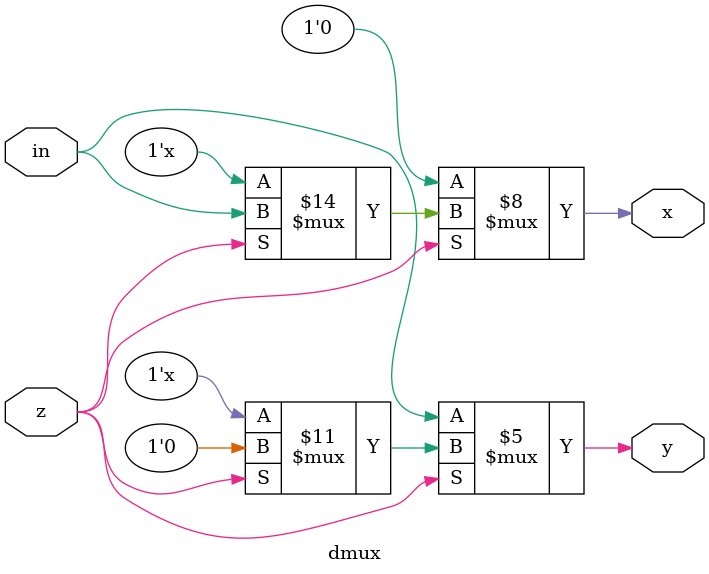
<source format=v>
module dmux(in,z,x,y);
input in,z;
output reg x,y;
always @(*) begin
    if(z==1)
    begin
        x=in;
        y=0;
    end
    if(z==0)
    begin
        x=0;
        y=in;
    end;

end
endmodule
</source>
